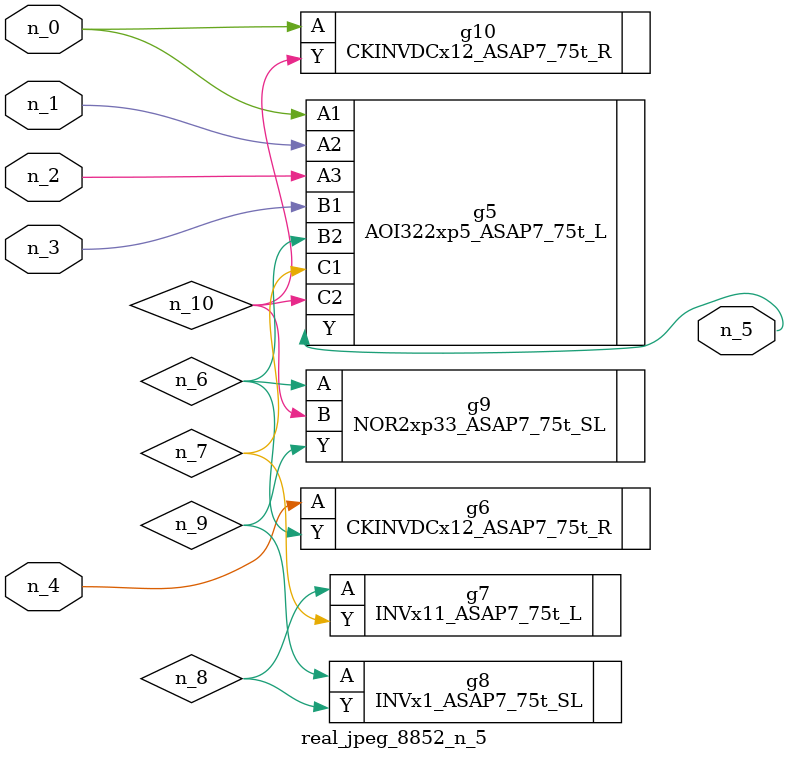
<source format=v>
module real_jpeg_8852_n_5 (n_4, n_0, n_1, n_2, n_3, n_5);

input n_4;
input n_0;
input n_1;
input n_2;
input n_3;

output n_5;

wire n_8;
wire n_6;
wire n_7;
wire n_10;
wire n_9;

AOI322xp5_ASAP7_75t_L g5 ( 
.A1(n_0),
.A2(n_1),
.A3(n_2),
.B1(n_3),
.B2(n_6),
.C1(n_7),
.C2(n_10),
.Y(n_5)
);

CKINVDCx12_ASAP7_75t_R g10 ( 
.A(n_0),
.Y(n_10)
);

CKINVDCx12_ASAP7_75t_R g6 ( 
.A(n_4),
.Y(n_6)
);

NOR2xp33_ASAP7_75t_SL g9 ( 
.A(n_6),
.B(n_10),
.Y(n_9)
);

INVx11_ASAP7_75t_L g7 ( 
.A(n_8),
.Y(n_7)
);

INVx1_ASAP7_75t_SL g8 ( 
.A(n_9),
.Y(n_8)
);


endmodule
</source>
